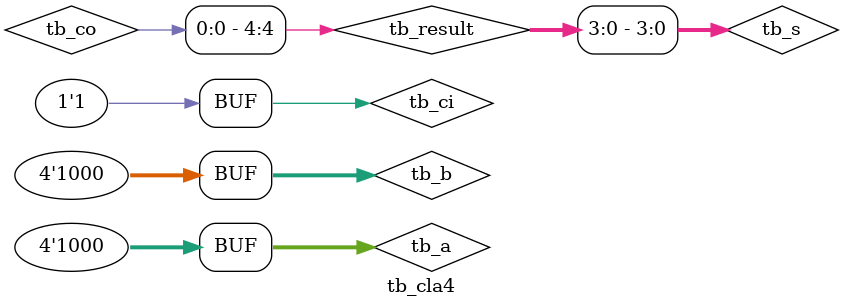
<source format=v>
`timescale 1ns/100ps

module tb_cla4;
  reg [3:0] tb_a, tb_b;
  reg tb_ci;
  wire [3:0] tb_s;
  wire tb_co;
  wire [4:0] tb_result;
  
  assign tb_result = {tb_co, tb_s};
  
  cla4 U0_cla4(.a(tb_a), .b(tb_b), .ci(tb_ci), .s(tb_s), .co(tb_co)); 
  
  initial
  begin
       tb_a = 4'b0; tb_b = 4'b0; tb_ci = 0;
  #10; tb_a = 4'b0001; tb_b = 4'b0011;
  #10; tb_a = 4'b1000; tb_b = 4'b0111;
  #10; tb_a = 4'b1100; tb_b = 4'b0101; 
  #10; tb_a = 4'b1111; tb_b = 4'b1111; 
  #10; tb_a = 4'b0001; tb_b = 4'b0111; tb_ci = 1; 
  #10; tb_a = 4'b1000; tb_b = 4'b1000;
  #10;
  end
endmodule

</source>
